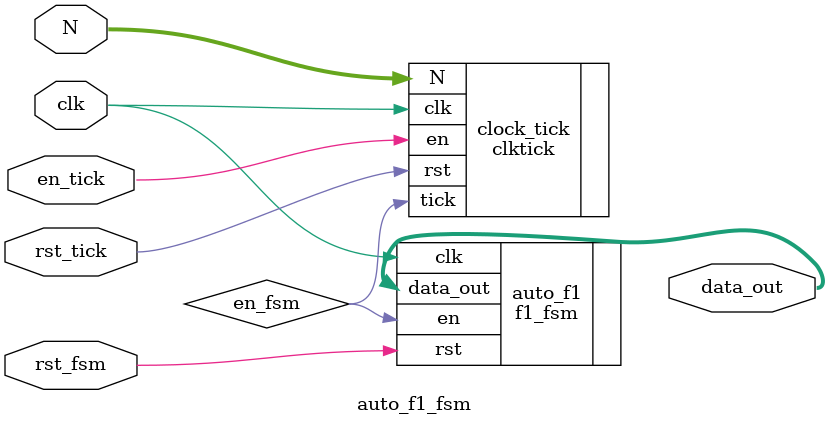
<source format=sv>
module auto_f1_fsm #(
    parameter WIDTH = 16
)(
    input logic                 clk, 
    input logic                 rst_tick, 
    input logic                 rst_fsm, 
    input logic                 en_tick, 
    input logic [WIDTH-1:0]     N, 
    output logic [7:0]          data_out

); 

    logic en_fsm; 

    clktick clock_tick(
        .clk(clk), 
        .rst(rst_tick), 
        .en(en_tick), 
        .N(N), 
        .tick(en_fsm)
    );

    f1_fsm auto_f1(
        .clk(clk), 
        .rst(rst_fsm), 
        .en(en_fsm), 
        .data_out(data_out)
    );

endmodule

</source>
